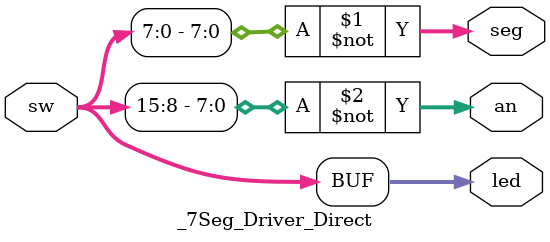
<source format=v>
`timescale 1ns / 1ps
module _7Seg_Driver_Direct(sw, seg, an, led);
	input  [15:0] sw;                          // 16Î»²¦¶¯¿ª¹Ø
	output [7:0]  seg;  // 7¶ÎÊýÂë¹ÜÇý¶¯£¬µÍµçÆ½ÓÐÐ§
	output [7:0] an;                          // 7¶ÎÊýÂë¹ÜÆ¬Ñ¡ÐÅºÅ£¬µÍµçÆ½ÓÐÐ§
	output [15:0] led;                        // 16Î»LEDÏÔÊ¾£¬¸ßµçÆ½ÓÐÐ§
	
	assign led = sw;
	assign seg=~sw[7:0];
	assign an=~sw[15:8];
endmodule

</source>
